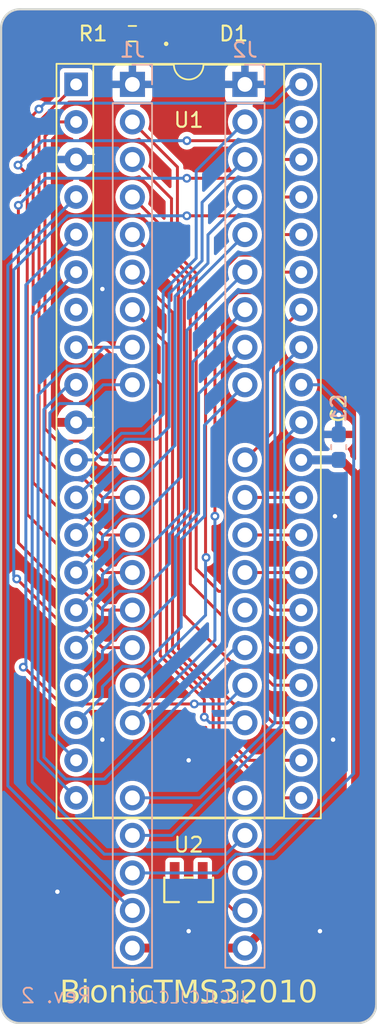
<source format=kicad_pcb>
(kicad_pcb (version 20240108) (generator "pcbnew") (generator_version "8.0")
  (title_block (title "BionicTMS32010") (date "2025-06-05") (rev "2") (company "Tadashi G. Takaoka"))
  (layers (0 "F.Cu" signal) (31 "B.Cu" signal) (34 "B.Paste" user) (35 "F.Paste" user) (36 "B.SilkS" user "B.Silkscreen") (37 "F.SilkS" user "F.Silkscreen") (38 "B.Mask" user) (39 "F.Mask" user) (44 "Edge.Cuts" user))
  (net 0 "")
  (net 1 "GND")
  (net 2 "VCC")
  (net 3 "Net-(D1-K)")
  (net 4 "/P33")
  (net 5 "/P53")
  (net 6 "/P52")
  (net 7 "/P37")
  (net 8 "/P34")
  (net 9 "/P14")
  (net 10 "/P10")
  (net 11 "/P36")
  (net 12 "/P32")
  (net 13 "/P11")
  (net 14 "/P15")
  (net 15 "/P16")
  (net 16 "/P35")
  (net 17 "/P30")
  (net 18 "/P17")
  (net 19 "/P13")
  (net 20 "/P31")
  (net 21 "/P51")
  (net 22 "/P50")
  (net 23 "/P12")
  (net 24 "/P20")
  (net 25 "/P24")
  (net 27 "/P25")
  (net 29 "/P26")
  (net 31 "Net-(J2-P57)")
  (net 32 "/P55")
  (net 33 "/P22")
  (net 34 "/P40")
  (net 35 "/P21")
  (net 36 "/P27")
  (net 37 "/P47")
  (net 38 "/P45")
  (net 39 "/P46")
  (net 40 "/P41")
  (net 41 "/P23")
  (net 42 "/P43")
  (net 43 "/P42")
  (footprint "Resistor_SMD:R_0603_1608Metric_Pad0.98x0.95mm_HandSolder" (layer "F.Cu") (at 109.89 71.651 180)
    (property "Reference" "R1" (at 2.667 0 0) (layer "F.SilkS"))
    (property "Value" "1.6k")
    (fp_line (start -0.254724 0.5225) (end 0.254724 0.5225) (stroke (width 0.12)) (layer "F.SilkS"))
    (fp_line (start -0.254724 -0.5225) (end 0.254724 -0.5225) (stroke (width 0.12)) (layer "F.SilkS"))
    (pad "1" smd roundrect (at -0.9125 0 180) (size 0.975 0.95) (layers "F.Cu" "F.Paste" "F.Mask") (net 3 "Net-(D1-K)"))
    (pad "2" smd roundrect (at 0.9125 0 180) (size 0.975 0.95) (layers "F.Cu" "F.Paste" "F.Mask") (net 1 "GND"))
  )
  (footprint "microchip:SOT-23_MC_MCH-M" (layer "F.Cu") (at 113.7 129.563 180)
    (property "Reference" "U2" (at 0 3.048 0) (layer "F.SilkS"))
    (property "Value" "11AA010-I/TT")
    (fp_line (start 1.652 0.827) (end 1.652 -0.827) (stroke (width 0.1524)) (layer "F.SilkS"))
    (fp_line (start 1.652 -0.827) (end 0.66294 -0.827) (stroke (width 0.1524)) (layer "F.SilkS"))
    (fp_line (start -0.287061 0.827) (end 0.287061 0.827) (stroke (width 0.1524)) (layer "F.SilkS"))
    (fp_line (start -0.66294 -0.827) (end -1.652 -0.827) (stroke (width 0.1524)) (layer "F.SilkS"))
    (fp_line (start -1.652 -0.827) (end -1.652 0.827) (stroke (width 0.1524)) (layer "F.SilkS"))
    (pad "1" smd rect (at -0.950001 1.066 180) (size 0.6604 1.6256) (layers "F.Cu" "F.Paste" "F.Mask") (net 31 "Net-(J2-P57)"))
    (pad "2" smd rect (at 0.950001 1.066 180) (size 0.6604 1.6256) (layers "F.Cu" "F.Paste" "F.Mask") (net 2 "VCC"))
    (pad "3" smd rect (at 0 -1.066 180) (size 0.6604 1.6256) (layers "F.Cu" "F.Paste" "F.Mask") (net 1 "GND"))
  )
  (footprint "Capacitor_SMD:C_0603_1608Metric_Pad1.08x0.95mm_HandSolder" (layer "F.Cu") (at 123.86 99.6175 90)
    (property "Reference" "C2" (at 2.6162 0 90) (layer "F.SilkS"))
    (property "Value" "2.2u")
    (fp_line (start -0.146267 -0.51) (end 0.146267 -0.51) (stroke (width 0.12)) (layer "F.SilkS"))
    (fp_line (start -0.146267 0.51) (end 0.146267 0.51) (stroke (width 0.12)) (layer "F.SilkS"))
    (pad "1" smd roundrect (at -0.8625 0 90) (size 1.075 0.95) (layers "F.Cu" "F.Paste" "F.Mask") (net 2 "VCC"))
    (pad "2" smd roundrect (at 0.8625 0 90) (size 1.075 0.95) (layers "F.Cu" "F.Paste" "F.Mask") (net 1 "GND"))
  )
  (footprint "bionic:DIP-40_W15.24mm_Socket" (layer "F.Cu") (at 106.08 75.08)
    (property "Reference" "U1" (at 7.62 2.413 0) (layer "F.SilkS"))
    (property "Value" "TMS320C15NL")
    (fp_line (start -1.33 -1.39) (end -1.33 49.65) (stroke (width 0.12)) (layer "F.SilkS"))
    (fp_line (start -1.33 49.65) (end 16.57 49.65) (stroke (width 0.12)) (layer "F.SilkS"))
    (fp_line (start 1.16 -1.33) (end 1.16 49.59) (stroke (width 0.12)) (layer "F.SilkS"))
    (fp_line (start 1.16 49.59) (end 14.08 49.59) (stroke (width 0.12)) (layer "F.SilkS"))
    (fp_line (start 6.62 -1.33) (end 1.16 -1.33) (stroke (width 0.12)) (layer "F.SilkS"))
    (fp_line (start 14.08 -1.33) (end 8.62 -1.33) (stroke (width 0.12)) (layer "F.SilkS"))
    (fp_line (start 14.08 49.59) (end 14.08 -1.33) (stroke (width 0.12)) (layer "F.SilkS"))
    (fp_line (start 16.57 -1.39) (end -1.33 -1.39) (stroke (width 0.12)) (layer "F.SilkS"))
    (fp_line (start 16.57 49.65) (end 16.57 -1.39) (stroke (width 0.12)) (layer "F.SilkS"))
    (fp_arc (start 8.62 -1.33) (mid 7.62 -0.33) (end 6.62 -1.33) (stroke (width 0.12)) (layer "F.SilkS"))
    (pad "1" thru_hole rect (at 0 0) (size 1.6 1.6) (drill 0.8) (layers "*.Cu" "*.Mask") (net 20 "/P31"))
    (pad "2" thru_hole oval (at 0 2.54) (size 1.6 1.6) (drill 0.8) (layers "*.Cu" "*.Mask") (net 17 "/P30"))
    (pad "3" thru_hole oval (at 0 5.08) (size 1.6 1.6) (drill 0.8) (layers "*.Cu" "*.Mask") (net 1 "GND"))
    (pad "4" thru_hole oval (at 0 7.62) (size 1.6 1.6) (drill 0.8) (layers "*.Cu" "*.Mask") (net 5 "/P53"))
    (pad "5" thru_hole oval (at 0 10.16) (size 1.6 1.6) (drill 0.8) (layers "*.Cu" "*.Mask") (net 39 "/P46"))
    (pad "6" thru_hole oval (at 0 12.7) (size 1.6 1.6) (drill 0.8) (layers "*.Cu" "*.Mask") (net 32 "/P55"))
    (pad "7" thru_hole oval (at 0 15.24) (size 1.6 1.6) (drill 0.8) (layers "*.Cu" "*.Mask"))
    (pad "8" thru_hole oval (at 0 17.78) (size 1.6 1.6) (drill 0.8) (layers "*.Cu" "*.Mask") (net 37 "/P47"))
    (pad "9" thru_hole oval (at 0 20.32) (size 1.6 1.6) (drill 0.8) (layers "*.Cu" "*.Mask") (net 38 "/P45"))
    (pad "10" thru_hole oval (at 0 22.86) (size 1.6 1.6) (drill 0.8) (layers "*.Cu" "*.Mask") (net 1 "GND"))
    (pad "11" thru_hole oval (at 0 25.4) (size 1.6 1.6) (drill 0.8) (layers "*.Cu" "*.Mask") (net 24 "/P20"))
    (pad "12" thru_hole oval (at 0 27.94) (size 1.6 1.6) (drill 0.8) (layers "*.Cu" "*.Mask") (net 35 "/P21"))
    (pad "13" thru_hole oval (at 0 30.48) (size 1.6 1.6) (drill 0.8) (layers "*.Cu" "*.Mask") (net 33 "/P22"))
    (pad "14" thru_hole oval (at 0 33.02) (size 1.6 1.6) (drill 0.8) (layers "*.Cu" "*.Mask") (net 41 "/P23"))
    (pad "15" thru_hole oval (at 0 35.56) (size 1.6 1.6) (drill 0.8) (layers "*.Cu" "*.Mask") (net 25 "/P24"))
    (pad "16" thru_hole oval (at 0 38.1) (size 1.6 1.6) (drill 0.8) (layers "*.Cu" "*.Mask") (net 27 "/P25"))
    (pad "17" thru_hole oval (at 0 40.64) (size 1.6 1.6) (drill 0.8) (layers "*.Cu" "*.Mask") (net 29 "/P26"))
    (pad "18" thru_hole oval (at 0 43.18) (size 1.6 1.6) (drill 0.8) (layers "*.Cu" "*.Mask") (net 36 "/P27"))
    (pad "19" thru_hole oval (at 0 45.72) (size 1.6 1.6) (drill 0.8) (layers "*.Cu" "*.Mask") (net 18 "/P17"))
    (pad "20" thru_hole oval (at 0 48.26) (size 1.6 1.6) (drill 0.8) (layers "*.Cu" "*.Mask") (net 15 "/P16"))
    (pad "21" thru_hole oval (at 15.24 48.26) (size 1.6 1.6) (drill 0.8) (layers "*.Cu" "*.Mask") (net 14 "/P15"))
    (pad "22" thru_hole oval (at 15.24 45.72) (size 1.6 1.6) (drill 0.8) (layers "*.Cu" "*.Mask") (net 9 "/P14"))
    (pad "23" thru_hole oval (at 15.24 43.18) (size 1.6 1.6) (drill 0.8) (layers "*.Cu" "*.Mask") (net 19 "/P13"))
    (pad "24" thru_hole oval (at 15.24 40.64) (size 1.6 1.6) (drill 0.8) (layers "*.Cu" "*.Mask") (net 23 "/P12"))
    (pad "25" thru_hole oval (at 15.24 38.1) (size 1.6 1.6) (drill 0.8) (layers "*.Cu" "*.Mask") (net 13 "/P11"))
    (pad "26" thru_hole oval (at 15.24 35.56) (size 1.6 1.6) (drill 0.8) (layers "*.Cu" "*.Mask") (net 10 "/P10"))
    (pad "27" thru_hole oval (at 15.24 33.02) (size 1.6 1.6) (drill 0.8) (layers "*.Cu" "*.Mask") (net 42 "/P43"))
    (pad "28" thru_hole oval (at 15.24 30.48) (size 1.6 1.6) (drill 0.8) (layers "*.Cu" "*.Mask") (net 43 "/P42"))
    (pad "29" thru_hole oval (at 15.24 27.94) (size 1.6 1.6) (drill 0.8) (layers "*.Cu" "*.Mask") (net 40 "/P41"))
    (pad "30" thru_hole oval (at 15.24 25.4) (size 1.6 1.6) (drill 0.8) (layers "*.Cu" "*.Mask") (net 2 "VCC"))
    (pad "31" thru_hole oval (at 15.24 22.86) (size 1.6 1.6) (drill 0.8) (layers "*.Cu" "*.Mask") (net 21 "/P51"))
    (pad "32" thru_hole oval (at 15.24 20.32) (size 1.6 1.6) (drill 0.8) (layers "*.Cu" "*.Mask") (net 6 "/P52"))
    (pad "33" thru_hole oval (at 15.24 17.78) (size 1.6 1.6) (drill 0.8) (layers "*.Cu" "*.Mask") (net 22 "/P50"))
    (pad "34" thru_hole oval (at 15.24 15.24) (size 1.6 1.6) (drill 0.8) (layers "*.Cu" "*.Mask") (net 34 "/P40"))
    (pad "35" thru_hole oval (at 15.24 12.7) (size 1.6 1.6) (drill 0.8) (layers "*.Cu" "*.Mask") (net 7 "/P37"))
    (pad "36" thru_hole oval (at 15.24 10.16) (size 1.6 1.6) (drill 0.8) (layers "*.Cu" "*.Mask") (net 11 "/P36"))
    (pad "37" thru_hole oval (at 15.24 7.62) (size 1.6 1.6) (drill 0.8) (layers "*.Cu" "*.Mask") (net 16 "/P35"))
    (pad "38" thru_hole oval (at 15.24 5.08) (size 1.6 1.6) (drill 0.8) (layers "*.Cu" "*.Mask") (net 8 "/P34"))
    (pad "39" thru_hole oval (at 15.24 2.54) (size 1.6 1.6) (drill 0.8) (layers "*.Cu" "*.Mask") (net 4 "/P33"))
    (pad "40" thru_hole oval (at 15.24 0) (size 1.6 1.6) (drill 0.8) (layers "*.Cu" "*.Mask") (net 12 "/P32"))
  )
  (footprint "rhom:LED_CSL1901UW1_ROM-M" (layer "F.Cu") (at 113.827 71.651)
    (property "Reference" "D1" (at 2.921 0 0) (layer "F.SilkS"))
    (property "Value" "CSL1901UW1")
    (fp_circle (center -1.651 0.6858) (end -1.5748 0.6858) (stroke (width 0.1524)) (fill none) (layer "F.SilkS"))
    (pad "1" smd rect (at -0.8763 0) (size 0.9652 0.762) (layers "F.Cu" "F.Paste" "F.Mask") (net 3 "Net-(D1-K)"))
    (pad "2" smd rect (at 0.8763 0) (size 0.9652 0.762) (layers "F.Cu" "F.Paste" "F.Mask") (net 2 "VCC"))
    (zone (net 0) (net_name "") (layer "F.Cu") (connect_pads (clearance 0)) (min_thickness 0.254)
      (keepout (tracks not_allowed) (vias not_allowed) (pads allowed) (copperpour not_allowed) (footprints allowed))
      (fill (thermal_gap 0.508) (thermal_bridge_width 0.508))
      (polygon (pts (xy 113.4841 71.2954) (xy 114.1699 71.2954) (xy 114.1699 72.0066) (xy 113.4841 72.0066)))
    )
  )
  (footprint "Capacitor_SMD:C_0603_1608Metric_Pad1.08x0.95mm_HandSolder" (layer "B.Cu") (at 123.86 99.6175 90)
    (property "Reference" "C1" (at 2.6173 0 90) (layer "B.SilkS") (effects (justify mirror)))
    (property "Value" "0.1u")
    (fp_line (start 0.146267 -0.51) (end -0.146267 -0.51) (stroke (width 0.12)) (layer "B.SilkS"))
    (fp_line (start 0.146267 0.51) (end -0.146267 0.51) (stroke (width 0.12)) (layer "B.SilkS"))
    (pad "1" smd roundrect (at -0.8625 0 90) (size 1.075 0.95) (layers "B.Cu" "B.Paste" "B.Mask") (net 2 "VCC"))
    (pad "2" smd roundrect (at 0.8625 0 90) (size 1.075 0.95) (layers "B.Cu" "B.Paste" "B.Mask") (net 1 "GND"))
  )
  (footprint "bionic:Bionic-P245_Vertical" (layer "B.Cu") (at 117.51 75.08 180)
    (property "Reference" "J2" (at 0 2.33 0) (layer "B.SilkS") (effects (justify mirror)))
    (property "Value" "Bionic-P245")
    (fp_line (start 1.33 -1.27) (end -1.33 -1.27) (stroke (width 0.12)) (layer "B.SilkS"))
    (fp_line (start 1.33 -59.75) (end 1.33 -1.27) (stroke (width 0.12)) (layer "B.SilkS"))
    (fp_line (start 1.33 -59.75) (end -1.33 -59.75) (stroke (width 0.12)) (layer "B.SilkS"))
    (fp_line (start 0 1.33) (end -1.33 1.33) (stroke (width 0.12)) (layer "B.SilkS"))
    (fp_line (start -1.33 1.33) (end -1.33 0) (stroke (width 0.12)) (layer "B.SilkS"))
    (fp_line (start -1.33 -59.75) (end -1.33 -1.27) (stroke (width 0.12)) (layer "B.SilkS"))
    (pad "25" thru_hole oval (at 0 -58.42 180) (size 1.7 1.7) (drill 1) (layers "*.Cu" "*.Mask") (net 2 "VCC"))
    (pad "26" thru_hole oval (at 0 -55.88 180) (size 1.7 1.7) (drill 1) (layers "*.Cu" "*.Mask") (net 31 "Net-(J2-P57)"))
    (pad "27" thru_hole oval (at 0 -53.34 180) (size 1.7 1.7) (drill 1) (layers "*.Cu" "*.Mask"))
    (pad "28" thru_hole oval (at 0 -50.8 180) (size 1.7 1.7) (drill 1) (layers "*.Cu" "*.Mask") (net 32 "/P55"))
    (pad "29" thru_hole oval (at 0 -48.26 180) (size 1.7 1.7) (drill 1) (layers "*.Cu" "*.Mask"))
    (pad "31" thru_hole oval (at 0 -43.18 180) (size 1.7 1.7) (drill 1) (layers "*.Cu" "*.Mask") (net 37 "/P47"))
    (pad "32" thru_hole oval (at 0 -40.64 180) (size 1.7 1.7) (drill 1) (layers "*.Cu" "*.Mask") (net 39 "/P46"))
    (pad "33" thru_hole oval (at 0 -38.1 180) (size 1.7 1.7) (drill 1) (layers "*.Cu" "*.Mask") (net 38 "/P45"))
    (pad "34" thru_hole oval (at 0 -35.56 180) (size 1.7 1.7) (drill 1) (layers "*.Cu" "*.Mask"))
    (pad "35" thru_hole oval (at 0 -33.02 180) (size 1.7 1.7) (drill 1) (layers "*.Cu" "*.Mask") (net 42 "/P43"))
    (pad "36" thru_hole oval (at 0 -30.48 180) (size 1.7 1.7) (drill 1) (layers "*.Cu" "*.Mask") (net 43 "/P42"))
    (pad "37" thru_hole oval (at 0 -27.94 180) (size 1.7 1.7) (drill 1) (layers "*.Cu" "*.Mask") (net 40 "/P41"))
    (pad "38" thru_hole oval (at 0 -25.4 180) (size 1.7 1.7) (drill 1) (layers "*.Cu" "*.Mask") (net 34 "/P40"))
    (pad "40" thru_hole oval (at 0 -20.32 180) (size 1.7 1.7) (drill 1) (layers "*.Cu" "*.Mask") (net 36 "/P27"))
    (pad "41" thru_hole oval (at 0 -17.78 180) (size 1.7 1.7) (drill 1) (layers "*.Cu" "*.Mask") (net 29 "/P26"))
    (pad "42" thru_hole oval (at 0 -15.24 180) (size 1.7 1.7) (drill 1) (layers "*.Cu" "*.Mask") (net 27 "/P25"))
    (pad "43" thru_hole oval (at 0 -12.7 180) (size 1.7 1.7) (drill 1) (layers "*.Cu" "*.Mask") (net 25 "/P24"))
    (pad "44" thru_hole oval (at 0 -10.16 180) (size 1.7 1.7) (drill 1) (layers "*.Cu" "*.Mask") (net 41 "/P23"))
    (pad "45" thru_hole oval (at 0 -7.62 180) (size 1.7 1.7) (drill 1) (layers "*.Cu" "*.Mask") (net 33 "/P22"))
    (pad "46" thru_hole oval (at 0 -5.08 180) (size 1.7 1.7) (drill 1) (layers "*.Cu" "*.Mask") (net 35 "/P21"))
    (pad "47" thru_hole oval (at 0 -2.54 180) (size 1.7 1.7) (drill 1) (layers "*.Cu" "*.Mask") (net 24 "/P20"))
    (pad "48" thru_hole rect (at 0 0 180) (size 1.7 1.7) (drill 1) (layers "*.Cu" "*.Mask") (net 1 "GND"))
  )
  (footprint "bionic:Bionic-P135_Vertical" (layer "B.Cu") (at 109.89 75.08 180)
    (property "Reference" "J1" (at 0 2.33 0) (layer "B.SilkS") (effects (justify mirror)))
    (property "Value" "Bionic-P135")
    (fp_line (start 1.33 -1.27) (end -1.33 -1.27) (stroke (width 0.12)) (layer "B.SilkS"))
    (fp_line (start 1.33 -59.75) (end 1.33 -1.27) (stroke (width 0.12)) (layer "B.SilkS"))
    (fp_line (start 1.33 -59.75) (end -1.33 -59.75) (stroke (width 0.12)) (layer "B.SilkS"))
    (fp_line (start 0 1.33) (end -1.33 1.33) (stroke (width 0.12)) (layer "B.SilkS"))
    (fp_line (start -1.33 1.33) (end -1.33 0) (stroke (width 0.12)) (layer "B.SilkS"))
    (fp_line (start -1.33 -59.75) (end -1.33 -1.27) (stroke (width 0.12)) (layer "B.SilkS"))
    (pad "1" thru_hole rect (at 0 0 180) (size 1.7 1.7) (drill 1) (layers "*.Cu" "*.Mask") (net 1 "GND"))
    (pad "2" thru_hole oval (at 0 -2.54 180) (size 1.7 1.7) (drill 1) (layers "*.Cu" "*.Mask") (net 10 "/P10"))
    (pad "3" thru_hole oval (at 0 -5.08 180) (size 1.7 1.7) (drill 1) (layers "*.Cu" "*.Mask") (net 13 "/P11"))
    (pad "4" thru_hole oval (at 0 -7.62 180) (size 1.7 1.7) (drill 1) (layers "*.Cu" "*.Mask") (net 23 "/P12"))
    (pad "5" thru_hole oval (at 0 -10.16 180) (size 1.7 1.7) (drill 1) (layers "*.Cu" "*.Mask") (net 19 "/P13"))
    (pad "6" thru_hole oval (at 0 -12.7 180) (size 1.7 1.7) (drill 1) (layers "*.Cu" "*.Mask") (net 9 "/P14"))
    (pad "7" thru_hole oval (at 0 -15.24 180) (size 1.7 1.7) (drill 1) (layers "*.Cu" "*.Mask") (net 14 "/P15"))
    (pad "8" thru_hole oval (at 0 -17.78 180) (size 1.7 1.7) (drill 1) (layers "*.Cu" "*.Mask") (net 15 "/P16"))
    (pad "9" thru_hole oval (at 0 -20.32 180) (size 1.7 1.7) (drill 1) (layers "*.Cu" "*.Mask") (net 18 "/P17"))
    (pad "11" thru_hole oval (at 0 -25.4 180) (size 1.7 1.7) (drill 1) (layers "*.Cu" "*.Mask") (net 17 "/P30"))
    (pad "12" thru_hole oval (at 0 -27.94 180) (size 1.7 1.7) (drill 1) (layers "*.Cu" "*.Mask") (net 20 "/P31"))
    (pad "13" thru_hole oval (at 0 -30.48 180) (size 1.7 1.7) (drill 1) (layers "*.Cu" "*.Mask") (net 12 "/P32"))
    (pad "14" thru_hole oval (at 0 -33.02 180) (size 1.7 1.7) (drill 1) (layers "*.Cu" "*.Mask") (net 4 "/P33"))
    (pad "15" thru_hole oval (at 0 -35.56 180) (size 1.7 1.7) (drill 1) (layers "*.Cu" "*.Mask") (net 8 "/P34"))
    (pad "16" thru_hole oval (at 0 -38.1 180) (size 1.7 1.7) (drill 1) (layers "*.Cu" "*.Mask") (net 16 "/P35"))
    (pad "17" thru_hole oval (at 0 -40.64 180) (size 1.7 1.7) (drill 1) (layers "*.Cu" "*.Mask") (net 11 "/P36"))
    (pad "18" thru_hole oval (at 0 -43.18 180) (size 1.7 1.7) (drill 1) (layers "*.Cu" "*.Mask") (net 7 "/P37"))
    (pad "20" thru_hole oval (at 0 -48.26 180) (size 1.7 1.7) (drill 1) (layers "*.Cu" "*.Mask") (net 22 "/P50"))
    (pad "21" thru_hole oval (at 0 -50.8 180) (size 1.7 1.7) (drill 1) (layers "*.Cu" "*.Mask") (net 21 "/P51"))
    (pad "22" thru_hole oval (at 0 -53.34 180) (size 1.7 1.7) (drill 1) (layers "*.Cu" "*.Mask") (net 6 "/P52"))
    (pad "23" thru_hole oval (at 0 -55.88 180) (size 1.7 1.7) (drill 1) (layers "*.Cu" "*.Mask") (net 5 "/P53"))
    (pad "24" thru_hole oval (at 0 -58.42 180) (size 1.7 1.7) (drill 1) (layers "*.Cu" "*.Mask") (net 2 "VCC"))
  )
  (gr_line (start 126.4 71.27) (end 126.4 137.31) (stroke (width 0.15)) (layer "Edge.Cuts"))
  (gr_arc (start 125.13 70) (mid 126.028026 70.371974) (end 126.4 71.27) (stroke (width 0.15)) (layer "Edge.Cuts"))
  (gr_line (start 102.27 70) (end 125.13 70) (stroke (width 0.15)) (layer "Edge.Cuts"))
  (gr_line (start 101 71.27) (end 101 137.31) (stroke (width 0.15)) (layer "Edge.Cuts"))
  (gr_line (start 102.27 138.58) (end 125.13 138.58) (stroke (width 0.15)) (layer "Edge.Cuts"))
  (gr_arc (start 101 71.27) (mid 101.371974 70.371974) (end 102.27 70) (stroke (width 0.15)) (layer "Edge.Cuts"))
  (gr_arc (start 102.27 138.58) (mid 101.371974 138.208026) (end 101 137.31) (stroke (width 0.15)) (layer "Edge.Cuts"))
  (gr_arc (start 126.4 137.31) (mid 126.028026 138.208026) (end 125.13 138.58) (stroke (width 0.15)) (layer "Edge.Cuts"))
  (gr_text "JLCJLCJLCJLC" (at 113.7 137.31 0) (layer "B.SilkS") (effects (font (size 0.8 0.8)) (justify bottom mirror)))
  (gr_text "Rev. 2" (at 107.223 137.31 0) (layer "B.SilkS") (effects (font (size 1 1)) (justify left bottom mirror)))
  (gr_text "BionicTMS32010" (at 113.7 136.548 0) (layer "F.SilkS") (effects (font (size 1.5 1.5) (thickness 0.1875))))
  (segment (start 106.08 80.16) (end 107.477 80.16) (width 0.6) (layer "F.Cu") (net 1))
  (segment (start 106.08 97.94) (end 107.477 97.94) (width 0.6) (layer "F.Cu") (net 1))
  (segment (start 106.08 97.94) (end 104.81 97.94) (width 0.6) (layer "F.Cu") (net 1))
  (via (at 107.858 119.403) (size 0.6) (drill 0.3) (layers "F.Cu" "B.Cu") (net 1))
  (via (at 122.59 132.357) (size 0.6) (drill 0.3) (layers "F.Cu" "B.Cu") (net 1))
  (via (at 107.858 88.923) (size 0.6) (drill 0.3) (layers "F.Cu" "B.Cu") (net 1))
  (via (at 123.479 119.403) (size 0.6) (drill 0.3) (layers "F.Cu" "B.Cu") (net 1))
  (via (at 123.86 97.432) (size 0.6) (drill 0.3) (layers "F.Cu" "B.Cu") (net 1))
  (via (at 113.7 120.8) (size 0.6) (drill 0.3) (layers "F.Cu" "B.Cu") (net 1))
  (via (at 113.7 132.357) (size 0.6) (drill 0.3) (layers "F.Cu" "B.Cu") (net 1))
  (via (at 104.81 129.69) (size 0.6) (drill 0.3) (layers "F.Cu" "B.Cu") (net 1))
  (via (at 123.606 104.29) (size 0.6) (drill 0.3) (layers "F.Cu" "B.Cu") (net 1))
  (segment (start 106.08 80.16) (end 107.477 80.16) (width 0.6) (layer "B.Cu") (net 1))
  (segment (start 106.08 97.94) (end 107.477 97.94) (width 0.6) (layer "B.Cu") (net 1))
  (segment (start 121.3962 71.651) (end 114.7033 71.651) (width 0.2) (layer "F.Cu") (net 2))
  (segment (start 125.4348 75.6896) (end 121.3962 71.651) (width 0.2) (layer "F.Cu") (net 2))
  (segment (start 112.749999 133.484801) (end 112.7348 133.5) (width 0.2) (layer "F.Cu") (net 2))
  (segment (start 109.89 133.5) (end 112.7348 133.5) (width 0.6) (layer "F.Cu") (net 2))
  (segment (start 125.0157 101.4833) (end 125.4348 101.0642) (width 0.2) (layer "F.Cu") (net 2))
  (segment (start 125.4348 101.0642) (end 125.4348 75.6896) (width 0.2) (layer "F.Cu") (net 2))
  (segment (start 125.0157 101.4833) (end 125.003 101.496) (width 0.6) (layer "F.Cu") (net 2))
  (segment (start 125.003 126.007) (end 117.51 133.5) (width 0.6) (layer "F.Cu") (net 2))
  (segment (start 123.86 100.48) (end 121.32 100.48) (width 0.6) (layer "F.Cu") (net 2))
  (segment (start 125.0157 101.4833) (end 124.0124 100.48) (width 0.6) (layer "F.Cu") (net 2))
  (segment (start 124.0124 100.48) (end 123.86 100.48) (width 0.6) (layer "F.Cu") (net 2))
  (segment (start 112.749999 128.497) (end 112.749999 133.484801) (width 0.2) (layer "F.Cu") (net 2))
  (segment (start 112.7348 133.5) (end 117.51 133.5) (width 0.6) (layer "F.Cu") (net 2))
  (segment (start 125.003 101.496) (end 125.003 126.007) (width 0.6) (layer "F.Cu") (net 2))
  (segment (start 121.32 100.48) (end 123.8578 100.48) (width 0.6) (layer "B.Cu") (net 2))
  (segment (start 112.9507 71.651) (end 110.8025 71.651) (width 0.2) (layer "F.Cu") (net 3))
  (segment (start 102.143 80.541) (end 102.7684 81.1664) (width 0.2) (layer "F.Cu") (net 4))
  (segment (start 106.715 106.83) (end 107.985 108.1) (width 0.2) (layer "F.Cu") (net 4))
  (segment (start 107.985 108.1) (end 109.89 108.1) (width 0.2) (layer "F.Cu") (net 4))
  (segment (start 119.415 77.62) (end 121.32 77.62) (width 0.2) (layer "F.Cu") (net 4))
  (segment (start 102.7684 81.1664) (end 102.7684 104.169218) (width 0.2) (layer "F.Cu") (net 4))
  (segment (start 118.145 78.89) (end 119.415 77.62) (width 0.2) (layer "F.Cu") (net 4))
  (segment (start 113.58 78.89) (end 118.145 78.89) (width 0.2) (layer "F.Cu") (net 4))
  (segment (start 102.7684 104.169218) (end 105.429182 106.83) (width 0.2) (layer "F.Cu") (net 4))
  (segment (start 105.429182 106.83) (end 106.715 106.83) (width 0.2) (layer "F.Cu") (net 4))
  (via (at 113.58 78.89) (size 0.6) (drill 0.3) (layers "F.Cu" "B.Cu") (net 4))
  (via (at 102.143 80.541) (size 0.6) (drill 0.3) (layers "F.Cu" "B.Cu") (net 4))
  (segment (start 103.794 78.89) (end 113.58 78.89) (width 0.2) (layer "B.Cu") (net 4))
  (segment (start 102.143 80.541) (end 103.794 78.89) (width 0.2) (layer "B.Cu") (net 4))
  (segment (start 101.4572 122.5272) (end 101.4572 87.3228) (width 0.2) (layer "B.Cu") (net 5))
  (segment (start 109.89 130.96) (end 101.4572 122.5272) (width 0.2) (layer "B.Cu") (net 5))
  (segment (start 101.4572 87.3228) (end 106.08 82.7) (width 0.2) (layer "B.Cu") (net 5))
  (segment (start 121.32 95.4) (end 122.676529 95.4) (width 0.2) (layer "B.Cu") (net 6))
  (segment (start 116.9004 127.15) (end 115.6304 128.42) (width 0.2) (layer "B.Cu") (net 6))
  (segment (start 122.676529 95.4) (end 124.876 97.599471) (width 0.2) (layer "B.Cu") (net 6))
  (segment (start 119.415 127.15) (end 116.9004 127.15) (width 0.2) (layer "B.Cu") (net 6))
  (segment (start 124.876 121.689) (end 119.415 127.15) (width 0.2) (layer "B.Cu") (net 6))
  (segment (start 115.6304 128.42) (end 109.89 128.42) (width 0.2) (layer "B.Cu") (net 6))
  (segment (start 124.876 97.599471) (end 124.876 121.689) (width 0.2) (layer "B.Cu") (net 6))
  (segment (start 115.478 104.29) (end 115.478 90.725654) (width 0.2) (layer "F.Cu") (net 7))
  (segment (start 118.025 89.17) (end 119.415 87.78) (width 0.2) (layer "F.Cu") (net 7))
  (segment (start 115.478 90.725654) (end 117.033654 89.17) (width 0.2) (layer "F.Cu") (net 7))
  (segment (start 119.415 87.78) (end 121.32 87.78) (width 0.2) (layer "F.Cu") (net 7))
  (segment (start 117.033654 89.17) (end 118.025 89.17) (width 0.2) (layer "F.Cu") (net 7))
  (via (at 115.478 104.29) (size 0.6) (drill 0.3) (layers "F.Cu" "B.Cu") (net 7))
  (segment (start 115.478 112.672) (end 109.89 118.26) (width 0.2) (layer "B.Cu") (net 7))
  (segment (start 115.478 104.29) (end 115.478 112.672) (width 0.2) (layer "B.Cu") (net 7))
  (segment (start 119.415 80.16) (end 121.32 80.16) (width 0.2) (layer "F.Cu") (net 8))
  (segment (start 107.858 110.64) (end 109.89 110.64) (width 0.2) (layer "F.Cu") (net 8))
  (segment (start 113.573 81.43) (end 118.145 81.43) (width 0.2) (layer "F.Cu") (net 8))
  (segment (start 105.445 109.37) (end 106.588 109.37) (width 0.2) (layer "F.Cu") (net 8))
  (segment (start 102.1684 83.2588) (end 102.1684 106.0934) (width 0.2) (layer "F.Cu") (net 8))
  (segment (start 102.1684 106.0934) (end 105.445 109.37) (width 0.2) (layer "F.Cu") (net 8))
  (segment (start 106.588 109.37) (end 107.858 110.64) (width 0.2) (layer "F.Cu") (net 8))
  (segment (start 118.145 81.43) (end 119.415 80.16) (width 0.2) (layer "F.Cu") (net 8))
  (via (at 102.1684 83.2588) (size 0.6) (drill 0.3) (layers "F.Cu" "B.Cu") (net 8))
  (via (at 113.573 81.43) (size 0.6) (drill 0.3) (layers "F.Cu" "B.Cu") (net 8))
  (segment (start 102.1684 83.2588) (end 103.9972 81.43) (width 0.2) (layer "B.Cu") (net 8))
  (segment (start 103.9972 81.43) (end 113.573 81.43) (width 0.2) (layer "B.Cu") (net 8))
  (segment (start 112.608 113.415686) (end 115.7574 116.565086) (width 0.2) (layer "F.Cu") (net 9))
  (segment (start 109.89 87.78) (end 112.608 90.498) (width 0.2) (layer "F.Cu") (net 9))
  (segment (start 115.7574 118.7934) (end 117.764 120.8) (width 0.2) (layer "F.Cu") (net 9))
  (segment (start 117.764 120.8) (end 121.32 120.8) (width 0.2) (layer "F.Cu") (net 9))
  (segment (start 112.608 90.498) (end 112.608 113.415686) (width 0.2) (layer "F.Cu") (net 9))
  (segment (start 115.7574 116.565086) (end 115.7574 118.7934) (width 0.2) (layer "F.Cu") (net 9))
  (segment (start 112.938 86.590942) (end 114.208 87.860942) (width 0.2) (layer "F.Cu") (net 10))
  (segment (start 109.89 77.62) (end 112.938 80.668) (width 0.2) (layer "F.Cu") (net 10))
  (segment (start 114.208 87.860942) (end 114.208 107.846) (width 0.2) (layer "F.Cu") (net 10))
  (segment (start 118.145 109.37) (end 119.415 110.64) (width 0.2) (layer "F.Cu") (net 10))
  (segment (start 115.732 109.37) (end 118.145 109.37) (width 0.2) (layer "F.Cu") (net 10))
  (segment (start 112.938 80.668) (end 112.938 86.590942) (width 0.2) (layer "F.Cu") (net 10))
  (segment (start 114.208 107.846) (end 115.732 109.37) (width 0.2) (layer "F.Cu") (net 10))
  (segment (start 119.415 110.64) (end 121.32 110.64) (width 0.2) (layer "F.Cu") (net 10))
  (segment (start 114.843 88.820654) (end 117.033654 86.63) (width 0.2) (layer "F.Cu") (net 11))
  (segment (start 114.878 107.084) (end 114.843 107.049) (width 0.2) (layer "F.Cu") (net 11))
  (segment (start 117.033654 86.63) (end 118.025 86.63) (width 0.2) (layer "F.Cu") (net 11))
  (segment (start 119.415 85.24) (end 121.32 85.24) (width 0.2) (layer "F.Cu") (net 11))
  (segment (start 118.025 86.63) (end 119.415 85.24) (width 0.2) (layer "F.Cu") (net 11))
  (segment (start 114.843 107.049) (end 114.843 88.820654) (width 0.2) (layer "F.Cu") (net 11))
  (via (at 114.878 107.084) (size 0.6) (drill 0.3) (layers "F.Cu" "B.Cu") (net 11))
  (segment (start 110.107718 115.72) (end 109.89 115.72) (width 0.2) (layer "B.Cu") (net 11))
  (segment (start 114.843 110.984718) (end 110.107718 115.72) (width 0.2) (layer "B.Cu") (net 11))
  (segment (start 114.878 107.084) (end 114.843 107.119) (width 0.2) (layer "B.Cu") (net 11))
  (segment (start 114.843 107.119) (end 114.843 110.984718) (width 0.2) (layer "B.Cu") (net 11))
  (segment (start 105.445 104.29) (end 106.588 104.29) (width 0.2) (layer "F.Cu") (net 12))
  (segment (start 103.1684 102.0134) (end 105.445 104.29) (width 0.2) (layer "F.Cu") (net 12))
  (segment (start 106.588 104.29) (end 107.858 105.56) (width 0.2) (layer "F.Cu") (net 12))
  (segment (start 103.1684 77.14307) (end 103.1684 102.0134) (width 0.2) (layer "F.Cu") (net 12))
  (segment (start 107.858 105.56) (end 109.89 105.56) (width 0.2) (layer "F.Cu") (net 12))
  (segment (start 103.560235 76.751235) (end 103.1684 77.14307) (width 0.2) (layer "F.Cu") (net 12))
  (via (at 103.560235 76.751235) (size 0.6) (drill 0.3) (layers "F.Cu" "B.Cu") (net 12))
  (segment (start 119.415 76.35) (end 120.685 75.08) (width 0.2) (layer "B.Cu") (net 12))
  (segment (start 103.96147 76.35) (end 119.415 76.35) (width 0.2) (layer "B.Cu") (net 12))
  (segment (start 120.685 75.08) (end 121.32 75.08) (width 0.2) (layer "B.Cu") (net 12))
  (segment (start 103.560235 76.751235) (end 103.96147 76.35) (width 0.2) (layer "B.Cu") (net 12))
  (segment (start 113.808 108.8684) (end 113.808 88.026628) (width 0.2) (layer "F.Cu") (net 13))
  (segment (start 116.8496 111.91) (end 113.808 108.8684) (width 0.2) (layer "F.Cu") (net 13))
  (segment (start 121.32 113.18) (end 119.415 113.18) (width 0.2) (layer "F.Cu") (net 13))
  (segment (start 118.145 111.91) (end 116.8496 111.91) (width 0.2) (layer "F.Cu") (net 13))
  (segment (start 112.538 82.808) (end 109.89 80.16) (width 0.2) (layer "F.Cu") (net 13))
  (segment (start 119.415 113.18) (end 118.145 111.91) (width 0.2) (layer "F.Cu") (net 13))
  (segment (start 113.808 88.026628) (end 112.538 86.756628) (width 0.2) (layer "F.Cu") (net 13))
  (segment (start 112.538 86.756628) (end 112.538 82.808) (width 0.2) (layer "F.Cu") (net 13))
  (segment (start 115.3574 116.730772) (end 112.208 113.581372) (width 0.2) (layer "F.Cu") (net 14))
  (segment (start 115.3574 118.959086) (end 115.3574 116.730772) (width 0.2) (layer "F.Cu") (net 14))
  (segment (start 121.32 123.34) (end 119.738314 123.34) (width 0.2) (layer "F.Cu") (net 14))
  (segment (start 112.208 92.638) (end 109.89 90.32) (width 0.2) (layer "F.Cu") (net 14))
  (segment (start 112.208 113.581372) (end 112.208 92.638) (width 0.2) (layer "F.Cu") (net 14))
  (segment (start 119.738314 123.34) (end 115.3574 118.959086) (width 0.2) (layer "F.Cu") (net 14))
  (segment (start 106.6896 94.13) (end 105.4704 94.13) (width 0.2) (layer "B.Cu") (net 15))
  (segment (start 109.89 92.86) (end 107.9596 92.86) (width 0.2) (layer "B.Cu") (net 15))
  (segment (start 103.502 120.762) (end 106.08 123.34) (width 0.2) (layer "B.Cu") (net 15))
  (segment (start 103.502 96.0984) (end 103.502 120.762) (width 0.2) (layer "B.Cu") (net 15))
  (segment (start 107.9596 92.86) (end 106.6896 94.13) (width 0.2) (layer "B.Cu") (net 15))
  (segment (start 105.4704 94.13) (end 103.502 96.0984) (width 0.2) (layer "B.Cu") (net 15))
  (segment (start 113.573 83.97) (end 118.145 83.97) (width 0.2) (layer "F.Cu") (net 16))
  (segment (start 102.0572 108.5318) (end 102.0668 108.5318) (width 0.2) (layer "F.Cu") (net 16))
  (segment (start 102.0668 108.5318) (end 105.445 111.91) (width 0.2) (layer "F.Cu") (net 16))
  (segment (start 106.588 111.91) (end 107.858 113.18) (width 0.2) (layer "F.Cu") (net 16))
  (segment (start 118.145 83.97) (end 119.415 82.7) (width 0.2) (layer "F.Cu") (net 16))
  (segment (start 119.415 82.7) (end 121.32 82.7) (width 0.2) (layer "F.Cu") (net 16))
  (segment (start 105.445 111.91) (end 106.588 111.91) (width 0.2) (layer "F.Cu") (net 16))
  (segment (start 107.858 113.18) (end 109.89 113.18) (width 0.2) (layer "F.Cu") (net 16))
  (via (at 113.573 83.97) (size 0.6) (drill 0.3) (layers "F.Cu" "B.Cu") (net 16))
  (via (at 102.0572 108.5318) (size 0.6) (drill 0.3) (layers "F.Cu" "B.Cu") (net 16))
  (segment (start 101.8572 87.618182) (end 105.505382 83.97) (width 0.2) (layer "B.Cu") (net 16))
  (segment (start 105.505382 83.97) (end 113.573 83.97) (width 0.2) (layer "B.Cu") (net 16))
  (segment (start 101.8572 108.3318) (end 101.8572 87.618182) (width 0.2) (layer "B.Cu") (net 16))
  (segment (start 102.0572 108.5318) (end 101.8572 108.3318) (width 0.2) (layer "B.Cu") (net 16))
  (segment (start 103.9684 78.5886) (end 104.937 77.62) (width 0.2) (layer "F.Cu") (net 17))
  (segment (start 103.9684 98.3684) (end 103.9684 78.5886) (width 0.2) (layer "F.Cu") (net 17))
  (segment (start 106.588 99.21) (end 104.81 99.21) (width 0.2) (layer "F.Cu") (net 17))
  (segment (start 107.858 100.48) (end 106.588 99.21) (width 0.2) (layer "F.Cu") (net 17))
  (segment (start 109.89 100.48) (end 107.858 100.48) (width 0.2) (layer "F.Cu") (net 17))
  (segment (start 104.81 99.21) (end 103.9684 98.3684) (width 0.2) (layer "F.Cu") (net 17))
  (segment (start 104.937 77.62) (end 106.08 77.62) (width 0.2) (layer "F.Cu") (net 17))
  (segment (start 104.937 96.67) (end 104.302 97.305) (width 0.2) (layer "B.Cu") (net 18))
  (segment (start 109.89 95.4) (end 107.9088 95.4) (width 0.2) (layer "B.Cu") (net 18))
  (segment (start 104.302 97.305) (end 104.302 119.022) (width 0.2) (layer "B.Cu") (net 18))
  (segment (start 107.9088 95.4) (end 106.6388 96.67) (width 0.2) (layer "B.Cu") (net 18))
  (segment (start 106.6388 96.67) (end 104.937 96.67) (width 0.2) (layer "B.Cu") (net 18))
  (segment (start 104.302 119.022) (end 106.08 120.8) (width 0.2) (layer "B.Cu") (net 18))
  (segment (start 116.748 116.99) (end 113.008 113.25) (width 0.2) (layer "F.Cu") (net 19))
  (segment (start 113.008 113.25) (end 113.008 88.358) (width 0.2) (layer "F.Cu") (net 19))
  (segment (start 118.145 116.99) (end 116.748 116.99) (width 0.2) (layer "F.Cu") (net 19))
  (segment (start 119.415 118.26) (end 118.145 116.99) (width 0.2) (layer "F.Cu") (net 19))
  (segment (start 121.32 118.26) (end 119.415 118.26) (width 0.2) (layer "F.Cu") (net 19))
  (segment (start 113.008 88.358) (end 109.89 85.24) (width 0.2) (layer "F.Cu") (net 19))
  (segment (start 107.858 103.02) (end 106.588 101.75) (width 0.2) (layer "F.Cu") (net 20))
  (segment (start 103.5684 99.889218) (end 103.5684 77.5916) (width 0.2) (layer "F.Cu") (net 20))
  (segment (start 103.5684 77.5916) (end 106.08 75.08) (width 0.2) (layer "F.Cu") (net 20))
  (segment (start 105.429182 101.75) (end 103.5684 99.889218) (width 0.2) (layer "F.Cu") (net 20))
  (segment (start 109.89 103.02) (end 107.858 103.02) (width 0.2) (layer "F.Cu") (net 20))
  (segment (start 106.588 101.75) (end 105.429182 101.75) (width 0.2) (layer "F.Cu") (net 20))
  (segment (start 119.942 118.495) (end 112.557 125.88) (width 0.2) (layer "B.Cu") (net 21))
  (segment (start 121.32 97.94) (end 119.942 99.318) (width 0.2) (layer "B.Cu") (net 21))
  (segment (start 112.557 125.88) (end 109.89 125.88) (width 0.2) (layer "B.Cu") (net 21))
  (segment (start 119.942 99.318) (end 119.942 118.495) (width 0.2) (layer "B.Cu") (net 21))
  (segment (start 119.542 118.26) (end 114.462 123.34) (width 0.2) (layer "B.Cu") (net 22))
  (segment (start 119.542 94.638) (end 119.542 118.26) (width 0.2) (layer "B.Cu") (net 22))
  (segment (start 114.462 123.34) (end 109.89 123.34) (width 0.2) (layer "B.Cu") (net 22))
  (segment (start 121.32 92.86) (end 119.542 94.638) (width 0.2) (layer "B.Cu") (net 22))
  (segment (start 112.138 86.922314) (end 113.408 88.192314) (width 0.2) (layer "F.Cu") (net 23))
  (segment (start 113.408 88.192314) (end 113.408 110.983) (width 0.2) (layer "F.Cu") (net 23))
  (segment (start 113.408 110.983) (end 116.9258 114.5008) (width 0.2) (layer "F.Cu") (net 23))
  (segment (start 109.89 82.7) (end 112.138 84.948) (width 0.2) (layer "F.Cu") (net 23))
  (segment (start 119.415 115.72) (end 121.32 115.72) (width 0.2) (layer "F.Cu") (net 23))
  (segment (start 112.138 84.948) (end 112.138 86.922314) (width 0.2) (layer "F.Cu") (net 23))
  (segment (start 118.1958 114.5008) (end 119.415 115.72) (width 0.2) (layer "F.Cu") (net 23))
  (segment (start 116.9258 114.5008) (end 118.1958 114.5008) (width 0.2) (layer "F.Cu") (net 23))
  (segment (start 114.208 80.922) (end 114.208 86.844942) (width 0.2) (layer "B.Cu") (net 24))
  (segment (start 111.973 97.381) (end 110.671 98.683) (width 0.2) (layer "B.Cu") (net 24))
  (segment (start 117.51 77.62) (end 114.208 80.922) (width 0.2) (layer "B.Cu") (net 24))
  (segment (start 114.208 86.844942) (end 111.973 89.079942) (width 0.2) (layer "B.Cu") (net 24))
  (segment (start 110.671 98.683) (end 109.147 98.683) (width 0.2) (layer "B.Cu") (net 24))
  (segment (start 107.35 100.48) (end 106.08 100.48) (width 0.2) (layer "B.Cu") (net 24))
  (segment (start 111.973 89.079942) (end 111.973 97.381) (width 0.2) (layer "B.Cu") (net 24))
  (segment (start 109.147 98.683) (end 107.35 100.48) (width 0.2) (layer "B.Cu") (net 24))
  (segment (start 110.525 106.83) (end 109.2804 106.83) (width 0.2) (layer "B.Cu") (net 25))
  (segment (start 113.573 91.717) (end 113.573 103.782) (width 0.2) (layer "B.Cu") (net 25))
  (segment (start 113.573 103.782) (end 110.525 106.83) (width 0.2) (layer "B.Cu") (net 25))
  (segment (start 107.858 108.862) (end 106.08 110.64) (width 0.2) (layer "B.Cu") (net 25))
  (segment (start 107.858 108.2524) (end 107.858 108.862) (width 0.2) (layer "B.Cu") (net 25))
  (segment (start 109.2804 106.83) (end 107.858 108.2524) (width 0.2) (layer "B.Cu") (net 25))
  (segment (start 117.51 87.78) (end 113.573 91.717) (width 0.2) (layer "B.Cu") (net 25))
  (segment (start 112.392 107.503) (end 110.525 109.37) (width 0.2) (layer "B.Cu") (net 27))
  (segment (start 107.858 111.402) (end 106.08 113.18) (width 0.2) (layer "B.Cu") (net 27))
  (segment (start 110.525 109.37) (end 108.9756 109.37) (width 0.2) (layer "B.Cu") (net 27))
  (segment (start 107.858 110.4876) (end 107.858 111.402) (width 0.2) (layer "B.Cu") (net 27))
  (segment (start 113.973 103.947686) (end 112.392 105.528686) (width 0.2) (layer "B.Cu") (net 27))
  (segment (start 117.51 90.32) (end 113.973 93.857) (width 0.2) (layer "B.Cu") (net 27))
  (segment (start 113.973 93.857) (end 113.973 103.947686) (width 0.2) (layer "B.Cu") (net 27))
  (segment (start 108.9756 109.37) (end 107.858 110.4876) (width 0.2) (layer "B.Cu") (net 27))
  (segment (start 112.392 105.528686) (end 112.392 107.503) (width 0.2) (layer "B.Cu") (net 27))
  (segment (start 117.51 92.86) (end 114.373 95.997) (width 0.2) (layer "B.Cu") (net 29))
  (segment (start 110.525 111.91) (end 109.3312 111.91) (width 0.2) (layer "B.Cu") (net 29))
  (segment (start 107.858 113.3832) (end 107.858 113.942) (width 0.2) (layer "B.Cu") (net 29))
  (segment (start 114.373 104.113372) (end 112.792 105.694372) (width 0.2) (layer "B.Cu") (net 29))
  (segment (start 109.3312 111.91) (end 107.858 113.3832) (width 0.2) (layer "B.Cu") (net 29))
  (segment (start 114.373 95.997) (end 114.373 104.113372) (width 0.2) (layer "B.Cu") (net 29))
  (segment (start 112.792 109.643) (end 110.525 111.91) (width 0.2) (layer "B.Cu") (net 29))
  (segment (start 107.858 113.942) (end 106.08 115.72) (width 0.2) (layer "B.Cu") (net 29))
  (segment (start 112.792 105.694372) (end 112.792 109.643) (width 0.2) (layer "B.Cu") (net 29))
  (segment (start 114.650001 128.497) (end 114.650001 128.862001) (width 0.2) (layer "F.Cu") (net 31))
  (segment (start 114.650001 128.862001) (end 116.748 130.96) (width 0.2) (layer "F.Cu") (net 31))
  (segment (start 116.748 130.96) (end 117.51 130.96) (width 0.2) (layer "F.Cu") (net 31))
  (segment (start 107.985 127.15) (end 103.102 122.267) (width 0.2) (layer "B.Cu") (net 32))
  (segment (start 117.51 125.88) (end 116.24 127.15) (width 0.2) (layer "B.Cu") (net 32))
  (segment (start 103.102 122.267) (end 103.102 90.758) (width 0.2) (layer "B.Cu") (net 32))
  (segment (start 103.102 90.758) (end 106.08 87.78) (width 0.2) (layer "B.Cu") (net 32))
  (segment (start 116.24 127.15) (end 107.985 127.15) (width 0.2) (layer "B.Cu") (net 32))
  (segment (start 112.773 89.411314) (end 112.773 99.502) (width 0.2) (layer "B.Cu") (net 33))
  (segment (start 115.008 85.2528) (end 115.008 87.176314) (width 0.2) (layer "B.Cu") (net 33))
  (segment (start 107.858 103.147) (end 107.858 103.782) (width 0.2) (layer "B.Cu") (net 33))
  (segment (start 117.51 82.7) (end 117.51 82.7508) (width 0.2) (layer "B.Cu") (net 33))
  (segment (start 112.773 99.502) (end 110.525 101.75) (width 0.2) (layer "B.Cu") (net 33))
  (segment (start 107.858 103.782) (end 106.08 105.56) (width 0.2) (layer "B.Cu") (net 33))
  (segment (start 109.255 101.75) (end 107.858 103.147) (width 0.2) (layer "B.Cu") (net 33))
  (segment (start 117.51 82.7508) (end 115.008 85.2528) (width 0.2) (layer "B.Cu") (net 33))
  (segment (start 110.525 101.75) (end 109.255 101.75) (width 0.2) (layer "B.Cu") (net 33))
  (segment (start 115.008 87.176314) (end 112.773 89.411314) (width 0.2) (layer "B.Cu") (net 33))
  (segment (start 119.4404 98.5496) (end 119.4404 92.1996) (width 0.2) (layer "F.Cu") (net 34))
  (segment (start 117.51 100.48) (end 119.4404 98.5496) (width 0.2) (layer "F.Cu") (net 34))
  (segment (start 119.4404 92.1996) (end 121.32 90.32) (width 0.2) (layer "F.Cu") (net 34))
  (segment (start 114.608 83.062) (end 117.51 80.16) (width 0.2) (layer "B.Cu") (net 35))
  (segment (start 106.08 103.02) (end 108.366 100.734) (width 0.2) (layer "B.Cu") (net 35))
  (segment (start 109.382 99.083) (end 111.541 99.083) (width 0.2) (layer "B.Cu") (net 35))
  (segment (start 111.541 99.083) (end 112.373 98.251) (width 0.2) (layer "B.Cu") (net 35))
  (segment (start 114.608 87.010628) (end 114.608 83.062) (width 0.2) (layer "B.Cu") (net 35))
  (segment (start 108.366 100.734) (end 108.366 100.099) (width 0.2) (layer "B.Cu") (net 35))
  (segment (start 112.373 98.251) (end 112.373 89.245628) (width 0.2) (layer "B.Cu") (net 35))
  (segment (start 112.373 89.245628) (end 114.608 87.010628) (width 0.2) (layer "B.Cu") (net 35))
  (segment (start 108.366 100.099) (end 109.382 99.083) (width 0.2) (layer "B.Cu") (net 35))
  (segment (start 109.2296 114.45) (end 107.858 115.8216) (width 0.2) (layer "B.Cu") (net 36))
  (segment (start 113.192 105.860058) (end 113.192 111.783) (width 0.2) (layer "B.Cu") (net 36))
  (segment (start 114.773 104.279058) (end 113.192 105.860058) (width 0.2) (layer "B.Cu") (net 36))
  (segment (start 110.525 114.45) (end 109.2296 114.45) (width 0.2) (layer "B.Cu") (net 36))
  (segment (start 117.51 95.4) (end 114.773 98.137) (width 0.2) (layer "B.Cu") (net 36))
  (segment (start 113.192 111.783) (end 110.525 114.45) (width 0.2) (layer "B.Cu") (net 36))
  (segment (start 107.858 115.8216) (end 107.858 116.482) (width 0.2) (layer "B.Cu") (net 36))
  (segment (start 107.858 116.482) (end 106.08 118.26) (width 0.2) (layer "B.Cu") (net 36))
  (segment (start 114.773 98.137) (end 114.773 104.279058) (width 0.2) (layer "B.Cu") (net 36))
  (segment (start 111.776 95.3556) (end 110.5504 94.13) (width 0.2) (layer "F.Cu") (net 37))
  (segment (start 109.255 94.13) (end 107.985 92.86) (width 0.2) (layer "F.Cu") (net 37))
  (segment (start 110.5504 94.13) (end 109.255 94.13) (width 0.2) (layer "F.Cu") (net 37))
  (segment (start 114.7574 117.879) (end 114.7574 116.696458) (width 0.2) (layer "F.Cu") (net 37))
  (segment (start 114.7574 116.696458) (end 111.776 113.715058) (width 0.2) (layer "F.Cu") (net 37))
  (segment (start 111.776 113.715058) (end 111.776 95.3556) (width 0.2) (layer "F.Cu") (net 37))
  (segment (start 107.985 92.86) (end 106.08 92.86) (width 0.2) (layer "F.Cu") (net 37))
  (via (at 114.7574 117.879) (size 0.6) (drill 0.3) (layers "F.Cu" "B.Cu") (net 37))
  (segment (start 115.1384 118.26) (end 117.51 118.26) (width 0.2) (layer "B.Cu") (net 37))
  (segment (start 114.7574 117.879) (end 115.1384 118.26) (width 0.2) (layer "B.Cu") (net 37))
  (segment (start 103.902 97.07) (end 103.902 120.596314) (width 0.2) (layer "B.Cu") (net 38))
  (segment (start 105.572 95.4) (end 103.902 97.07) (width 0.2) (layer "B.Cu") (net 38))
  (segment (start 103.902 120.596314) (end 105.375686 122.07) (width 0.2) (layer "B.Cu") (net 38))
  (segment (start 107.985 122.07) (end 116.875 113.18) (width 0.2) (layer "B.Cu") (net 38))
  (segment (start 105.375686 122.07) (end 107.985 122.07) (width 0.2) (layer "B.Cu") (net 38))
  (segment (start 116.875 113.18) (end 117.51 113.18) (width 0.2) (layer "B.Cu") (net 38))
  (segment (start 106.08 95.4) (end 105.572 95.4) (width 0.2) (layer "B.Cu") (net 38))
  (segment (start 105.0418 116.99) (end 114.081 116.99) (width 0.2) (layer "F.Cu") (net 39))
  (segment (start 102.502 114.4992) (end 102.551 114.4992) (width 0.2) (layer "F.Cu") (net 39))
  (segment (start 102.551 114.4992) (end 105.0418 116.99) (width 0.2) (layer "F.Cu") (net 39))
  (via (at 114.081 116.99) (size 0.6) (drill 0.3) (layers "F.Cu" "B.Cu") (net 39))
  (via (at 102.502 114.4992) (size 0.6) (drill 0.3) (layers "F.Cu" "B.Cu") (net 39))
  (segment (start 102.6764 88.6436) (end 106.08 85.24) (width 0.2) (layer "B.Cu") (net 39))
  (segment (start 102.6764 114.3248) (end 102.6764 88.6436) (width 0.2) (layer "B.Cu") (net 39))
  (segment (start 114.081 116.99) (end 116.24 116.99) (width 0.2) (layer "B.Cu") (net 39))
  (segment (start 102.502 114.4992) (end 102.6764 114.3248) (width 0.2) (layer "B.Cu") (net 39))
  (segment (start 116.24 116.99) (end 117.51 115.72) (width 0.2) (layer "B.Cu") (net 39))
  (segment (start 117.51 103.02) (end 121.32 103.02) (width 0.2) (layer "F.Cu") (net 40))
  (segment (start 110.525 104.29) (end 109.255 104.29) (width 0.2) (layer "B.Cu") (net 41))
  (segment (start 107.858 105.687) (end 107.858 106.322) (width 0.2) (layer "B.Cu") (net 41))
  (segment (start 109.255 104.29) (end 107.858 105.687) (width 0.2) (layer "B.Cu") (net 41))
  (segment (start 117.51 85.24) (end 113.173 89.577) (width 0.2) (layer "B.Cu") (net 41))
  (segment (start 113.173 89.577) (end 113.173 101.642) (width 0.2) (layer "B.Cu") (net 41))
  (segment (start 113.173 101.642) (end 110.525 104.29) (width 0.2) (layer "B.Cu") (net 41))
  (segment (start 107.858 106.322) (end 106.08 108.1) (width 0.2) (layer "B.Cu") (net 41))
  (segment (start 117.51 108.1) (end 121.32 108.1) (width 0.2) (layer "F.Cu") (net 42))
  (segment (start 121.32 105.56) (end 117.51 105.56) (width 0.2) (layer "F.Cu") (net 43))
  (zone (net 1) (net_name "GND") (layers "F&B.Cu") (connect_pads (clearance 0.3)) (min_thickness 0.2) (fill yes (thermal_gap 0.5) (thermal_bridge_width 0.5))
    (polygon (pts (xy 101 70) (xy 126.4 70) (xy 126.4 138.58) (xy 101 138.58)))
  )
)
</source>
